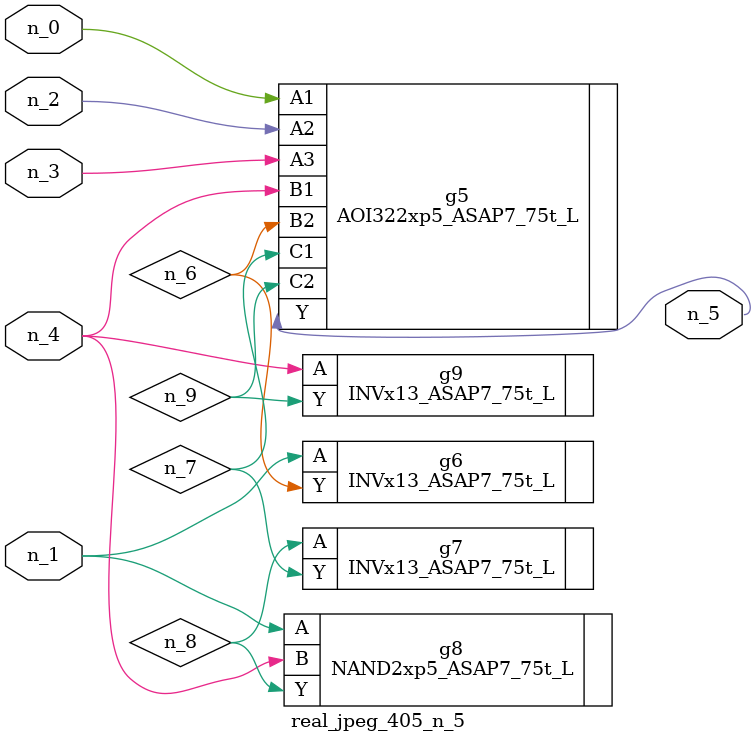
<source format=v>
module real_jpeg_405_n_5 (n_4, n_0, n_1, n_2, n_3, n_5);

input n_4;
input n_0;
input n_1;
input n_2;
input n_3;

output n_5;

wire n_8;
wire n_6;
wire n_7;
wire n_9;

AOI322xp5_ASAP7_75t_L g5 ( 
.A1(n_0),
.A2(n_2),
.A3(n_3),
.B1(n_4),
.B2(n_6),
.C1(n_7),
.C2(n_9),
.Y(n_5)
);

INVx13_ASAP7_75t_L g6 ( 
.A(n_1),
.Y(n_6)
);

NAND2xp5_ASAP7_75t_L g8 ( 
.A(n_1),
.B(n_4),
.Y(n_8)
);

INVx13_ASAP7_75t_L g9 ( 
.A(n_4),
.Y(n_9)
);

INVx13_ASAP7_75t_L g7 ( 
.A(n_8),
.Y(n_7)
);


endmodule
</source>
